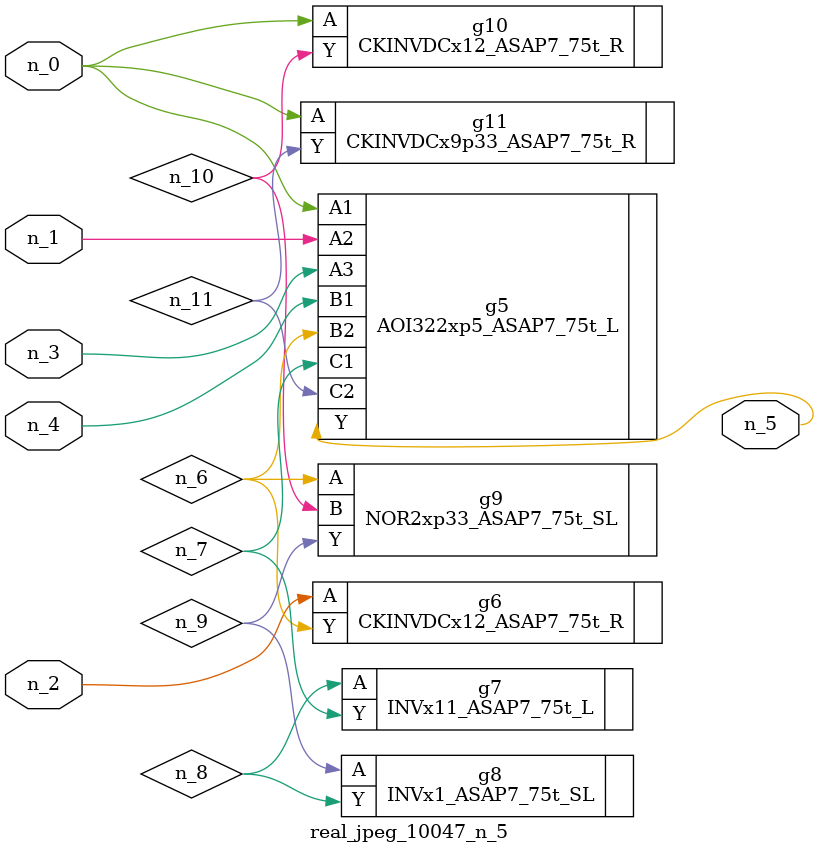
<source format=v>
module real_jpeg_10047_n_5 (n_4, n_0, n_1, n_2, n_3, n_5);

input n_4;
input n_0;
input n_1;
input n_2;
input n_3;

output n_5;

wire n_8;
wire n_11;
wire n_6;
wire n_7;
wire n_10;
wire n_9;

AOI322xp5_ASAP7_75t_L g5 ( 
.A1(n_0),
.A2(n_1),
.A3(n_3),
.B1(n_4),
.B2(n_6),
.C1(n_7),
.C2(n_11),
.Y(n_5)
);

CKINVDCx12_ASAP7_75t_R g10 ( 
.A(n_0),
.Y(n_10)
);

CKINVDCx9p33_ASAP7_75t_R g11 ( 
.A(n_0),
.Y(n_11)
);

CKINVDCx12_ASAP7_75t_R g6 ( 
.A(n_2),
.Y(n_6)
);

NOR2xp33_ASAP7_75t_SL g9 ( 
.A(n_6),
.B(n_10),
.Y(n_9)
);

INVx11_ASAP7_75t_L g7 ( 
.A(n_8),
.Y(n_7)
);

INVx1_ASAP7_75t_SL g8 ( 
.A(n_9),
.Y(n_8)
);


endmodule
</source>
